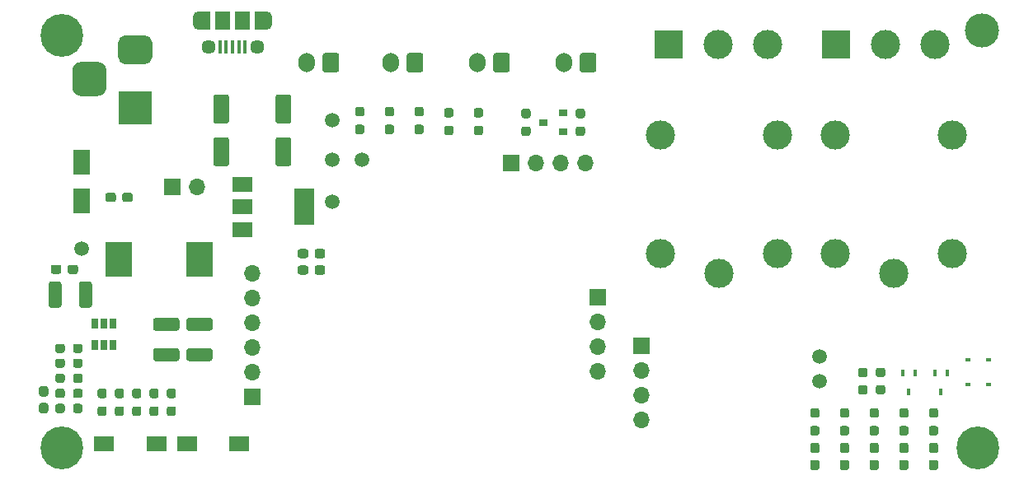
<source format=gbr>
G04 #@! TF.GenerationSoftware,KiCad,Pcbnew,5.1.9-73d0e3b20d~88~ubuntu18.04.1*
G04 #@! TF.CreationDate,2021-03-27T22:42:29+02:00*
G04 #@! TF.ProjectId,Electra,456c6563-7472-4612-9e6b-696361645f70,1*
G04 #@! TF.SameCoordinates,Original*
G04 #@! TF.FileFunction,Soldermask,Top*
G04 #@! TF.FilePolarity,Negative*
%FSLAX46Y46*%
G04 Gerber Fmt 4.6, Leading zero omitted, Abs format (unit mm)*
G04 Created by KiCad (PCBNEW 5.1.9-73d0e3b20d~88~ubuntu18.04.1) date 2021-03-27 22:42:29*
%MOMM*%
%LPD*%
G01*
G04 APERTURE LIST*
%ADD10O,1.700000X2.000000*%
%ADD11R,3.500000X3.500000*%
%ADD12C,3.500000*%
%ADD13C,2.600000*%
%ADD14C,3.000000*%
%ADD15R,1.700000X1.700000*%
%ADD16O,1.700000X1.700000*%
%ADD17R,2.700000X3.600000*%
%ADD18C,4.400000*%
%ADD19C,0.700000*%
%ADD20R,3.000000X3.000000*%
%ADD21R,1.800000X2.500000*%
%ADD22R,0.600000X0.450000*%
%ADD23R,1.500000X1.900000*%
%ADD24C,1.450000*%
%ADD25R,0.400000X1.350000*%
%ADD26O,1.200000X1.900000*%
%ADD27R,1.200000X1.900000*%
%ADD28R,0.450000X0.700000*%
%ADD29R,0.900000X0.800000*%
%ADD30R,2.000000X1.600000*%
%ADD31C,1.500000*%
%ADD32R,2.000000X3.800000*%
%ADD33R,2.000000X1.500000*%
%ADD34R,0.650000X1.060000*%
G04 APERTURE END LIST*
G36*
G01*
X146471000Y-75596000D02*
X146471000Y-77096000D01*
G75*
G02*
X146221000Y-77346000I-250000J0D01*
G01*
X145021000Y-77346000D01*
G75*
G02*
X144771000Y-77096000I0J250000D01*
G01*
X144771000Y-75596000D01*
G75*
G02*
X145021000Y-75346000I250000J0D01*
G01*
X146221000Y-75346000D01*
G75*
G02*
X146471000Y-75596000I0J-250000D01*
G01*
G37*
D10*
X143121000Y-76346000D03*
G36*
G01*
X102425000Y-76275000D02*
X104175000Y-76275000D01*
G75*
G02*
X105050000Y-77150000I0J-875000D01*
G01*
X105050000Y-78900000D01*
G75*
G02*
X104175000Y-79775000I-875000J0D01*
G01*
X102425000Y-79775000D01*
G75*
G02*
X101550000Y-78900000I0J875000D01*
G01*
X101550000Y-77150000D01*
G75*
G02*
X102425000Y-76275000I875000J0D01*
G01*
G37*
G36*
G01*
X107000000Y-73525000D02*
X109000000Y-73525000D01*
G75*
G02*
X109750000Y-74275000I0J-750000D01*
G01*
X109750000Y-75775000D01*
G75*
G02*
X109000000Y-76525000I-750000J0D01*
G01*
X107000000Y-76525000D01*
G75*
G02*
X106250000Y-75775000I0J750000D01*
G01*
X106250000Y-74275000D01*
G75*
G02*
X107000000Y-73525000I750000J0D01*
G01*
G37*
D11*
X108000000Y-81025000D03*
D10*
X125595000Y-76346000D03*
G36*
G01*
X128945000Y-75596000D02*
X128945000Y-77096000D01*
G75*
G02*
X128695000Y-77346000I-250000J0D01*
G01*
X127495000Y-77346000D01*
G75*
G02*
X127245000Y-77096000I0J250000D01*
G01*
X127245000Y-75596000D01*
G75*
G02*
X127495000Y-75346000I250000J0D01*
G01*
X128695000Y-75346000D01*
G75*
G02*
X128945000Y-75596000I0J-250000D01*
G01*
G37*
G36*
G01*
X99800000Y-112137500D02*
X99800000Y-111662500D01*
G75*
G02*
X100037500Y-111425000I237500J0D01*
G01*
X100537500Y-111425000D01*
G75*
G02*
X100775000Y-111662500I0J-237500D01*
G01*
X100775000Y-112137500D01*
G75*
G02*
X100537500Y-112375000I-237500J0D01*
G01*
X100037500Y-112375000D01*
G75*
G02*
X99800000Y-112137500I0J237500D01*
G01*
G37*
G36*
G01*
X101625000Y-112137500D02*
X101625000Y-111662500D01*
G75*
G02*
X101862500Y-111425000I237500J0D01*
G01*
X102362500Y-111425000D01*
G75*
G02*
X102600000Y-111662500I0J-237500D01*
G01*
X102600000Y-112137500D01*
G75*
G02*
X102362500Y-112375000I-237500J0D01*
G01*
X101862500Y-112375000D01*
G75*
G02*
X101625000Y-112137500I0J237500D01*
G01*
G37*
G36*
G01*
X101625000Y-110587500D02*
X101625000Y-110112500D01*
G75*
G02*
X101862500Y-109875000I237500J0D01*
G01*
X102362500Y-109875000D01*
G75*
G02*
X102600000Y-110112500I0J-237500D01*
G01*
X102600000Y-110587500D01*
G75*
G02*
X102362500Y-110825000I-237500J0D01*
G01*
X101862500Y-110825000D01*
G75*
G02*
X101625000Y-110587500I0J237500D01*
G01*
G37*
G36*
G01*
X99800000Y-110587500D02*
X99800000Y-110112500D01*
G75*
G02*
X100037500Y-109875000I237500J0D01*
G01*
X100537500Y-109875000D01*
G75*
G02*
X100775000Y-110112500I0J-237500D01*
G01*
X100775000Y-110587500D01*
G75*
G02*
X100537500Y-110825000I-237500J0D01*
G01*
X100037500Y-110825000D01*
G75*
G02*
X99800000Y-110587500I0J237500D01*
G01*
G37*
G36*
G01*
X100775000Y-108562500D02*
X100775000Y-109037500D01*
G75*
G02*
X100537500Y-109275000I-237500J0D01*
G01*
X100037500Y-109275000D01*
G75*
G02*
X99800000Y-109037500I0J237500D01*
G01*
X99800000Y-108562500D01*
G75*
G02*
X100037500Y-108325000I237500J0D01*
G01*
X100537500Y-108325000D01*
G75*
G02*
X100775000Y-108562500I0J-237500D01*
G01*
G37*
G36*
G01*
X102600000Y-108562500D02*
X102600000Y-109037500D01*
G75*
G02*
X102362500Y-109275000I-237500J0D01*
G01*
X101862500Y-109275000D01*
G75*
G02*
X101625000Y-109037500I0J237500D01*
G01*
X101625000Y-108562500D01*
G75*
G02*
X101862500Y-108325000I237500J0D01*
G01*
X102362500Y-108325000D01*
G75*
G02*
X102600000Y-108562500I0J-237500D01*
G01*
G37*
G36*
G01*
X100775000Y-107012500D02*
X100775000Y-107487500D01*
G75*
G02*
X100537500Y-107725000I-237500J0D01*
G01*
X100037500Y-107725000D01*
G75*
G02*
X99800000Y-107487500I0J237500D01*
G01*
X99800000Y-107012500D01*
G75*
G02*
X100037500Y-106775000I237500J0D01*
G01*
X100537500Y-106775000D01*
G75*
G02*
X100775000Y-107012500I0J-237500D01*
G01*
G37*
G36*
G01*
X102600000Y-107012500D02*
X102600000Y-107487500D01*
G75*
G02*
X102362500Y-107725000I-237500J0D01*
G01*
X101862500Y-107725000D01*
G75*
G02*
X101625000Y-107487500I0J237500D01*
G01*
X101625000Y-107012500D01*
G75*
G02*
X101862500Y-106775000I237500J0D01*
G01*
X102362500Y-106775000D01*
G75*
G02*
X102600000Y-107012500I0J-237500D01*
G01*
G37*
G36*
G01*
X101625000Y-105962500D02*
X101625000Y-105487500D01*
G75*
G02*
X101862500Y-105250000I237500J0D01*
G01*
X102362500Y-105250000D01*
G75*
G02*
X102600000Y-105487500I0J-237500D01*
G01*
X102600000Y-105962500D01*
G75*
G02*
X102362500Y-106200000I-237500J0D01*
G01*
X101862500Y-106200000D01*
G75*
G02*
X101625000Y-105962500I0J237500D01*
G01*
G37*
G36*
G01*
X99800000Y-105962500D02*
X99800000Y-105487500D01*
G75*
G02*
X100037500Y-105250000I237500J0D01*
G01*
X100537500Y-105250000D01*
G75*
G02*
X100775000Y-105487500I0J-237500D01*
G01*
X100775000Y-105962500D01*
G75*
G02*
X100537500Y-106200000I-237500J0D01*
G01*
X100037500Y-106200000D01*
G75*
G02*
X99800000Y-105962500I0J237500D01*
G01*
G37*
D12*
X195000000Y-73000000D03*
D13*
X195000000Y-73000000D03*
D14*
X185920000Y-98000000D03*
X179920000Y-96000000D03*
X179920000Y-83800000D03*
X191920000Y-83800000D03*
X191920000Y-96000000D03*
D15*
X146600000Y-86700000D03*
D16*
X149140000Y-86700000D03*
X151680000Y-86700000D03*
X154220000Y-86700000D03*
D14*
X173920000Y-96000000D03*
X173920000Y-83800000D03*
X161920000Y-83800000D03*
X161920000Y-96000000D03*
X167920000Y-98000000D03*
D16*
X155500000Y-108080000D03*
X155500000Y-105540000D03*
X155500000Y-103000000D03*
D15*
X155500000Y-100460000D03*
D10*
X152011000Y-76346000D03*
G36*
G01*
X155361000Y-75596000D02*
X155361000Y-77096000D01*
G75*
G02*
X155111000Y-77346000I-250000J0D01*
G01*
X153911000Y-77346000D01*
G75*
G02*
X153661000Y-77096000I0J250000D01*
G01*
X153661000Y-75596000D01*
G75*
G02*
X153911000Y-75346000I250000J0D01*
G01*
X155111000Y-75346000D01*
G75*
G02*
X155361000Y-75596000I0J-250000D01*
G01*
G37*
G36*
G01*
X178037500Y-112859000D02*
X177562500Y-112859000D01*
G75*
G02*
X177325000Y-112621500I0J237500D01*
G01*
X177325000Y-112121500D01*
G75*
G02*
X177562500Y-111884000I237500J0D01*
G01*
X178037500Y-111884000D01*
G75*
G02*
X178275000Y-112121500I0J-237500D01*
G01*
X178275000Y-112621500D01*
G75*
G02*
X178037500Y-112859000I-237500J0D01*
G01*
G37*
G36*
G01*
X178037500Y-114684000D02*
X177562500Y-114684000D01*
G75*
G02*
X177325000Y-114446500I0J237500D01*
G01*
X177325000Y-113946500D01*
G75*
G02*
X177562500Y-113709000I237500J0D01*
G01*
X178037500Y-113709000D01*
G75*
G02*
X178275000Y-113946500I0J-237500D01*
G01*
X178275000Y-114446500D01*
G75*
G02*
X178037500Y-114684000I-237500J0D01*
G01*
G37*
G36*
G01*
X117386000Y-82604000D02*
X116286000Y-82604000D01*
G75*
G02*
X116036000Y-82354000I0J250000D01*
G01*
X116036000Y-79854000D01*
G75*
G02*
X116286000Y-79604000I250000J0D01*
G01*
X117386000Y-79604000D01*
G75*
G02*
X117636000Y-79854000I0J-250000D01*
G01*
X117636000Y-82354000D01*
G75*
G02*
X117386000Y-82604000I-250000J0D01*
G01*
G37*
G36*
G01*
X117386000Y-87004000D02*
X116286000Y-87004000D01*
G75*
G02*
X116036000Y-86754000I0J250000D01*
G01*
X116036000Y-84254000D01*
G75*
G02*
X116286000Y-84004000I250000J0D01*
G01*
X117386000Y-84004000D01*
G75*
G02*
X117636000Y-84254000I0J-250000D01*
G01*
X117636000Y-86754000D01*
G75*
G02*
X117386000Y-87004000I-250000J0D01*
G01*
G37*
D17*
X106300000Y-96600000D03*
X114600000Y-96600000D03*
D18*
X100500000Y-73500000D03*
D19*
X102150000Y-73500000D03*
X101666726Y-74666726D03*
X100500000Y-75150000D03*
X99333274Y-74666726D03*
X98850000Y-73500000D03*
X99333274Y-72333274D03*
X100500000Y-71850000D03*
X101666726Y-72333274D03*
X101666726Y-114833274D03*
X100500000Y-114350000D03*
X99333274Y-114833274D03*
X98850000Y-116000000D03*
X99333274Y-117166726D03*
X100500000Y-117650000D03*
X101666726Y-117166726D03*
X102150000Y-116000000D03*
D18*
X100500000Y-116000000D03*
X194500000Y-116000000D03*
D19*
X196150000Y-116000000D03*
X195666726Y-117166726D03*
X194500000Y-117650000D03*
X193333274Y-117166726D03*
X192850000Y-116000000D03*
X193333274Y-114833274D03*
X194500000Y-114350000D03*
X195666726Y-114833274D03*
D14*
X172920000Y-74510000D03*
X167840000Y-74510000D03*
D20*
X162760000Y-74510000D03*
G36*
G01*
X100437500Y-99099997D02*
X100437500Y-101300003D01*
G75*
G02*
X100187503Y-101550000I-249997J0D01*
G01*
X99362497Y-101550000D01*
G75*
G02*
X99112500Y-101300003I0J249997D01*
G01*
X99112500Y-99099997D01*
G75*
G02*
X99362497Y-98850000I249997J0D01*
G01*
X100187503Y-98850000D01*
G75*
G02*
X100437500Y-99099997I0J-249997D01*
G01*
G37*
G36*
G01*
X103562500Y-99099997D02*
X103562500Y-101300003D01*
G75*
G02*
X103312503Y-101550000I-249997J0D01*
G01*
X102487497Y-101550000D01*
G75*
G02*
X102237500Y-101300003I0J249997D01*
G01*
X102237500Y-99099997D01*
G75*
G02*
X102487497Y-98850000I249997J0D01*
G01*
X103312503Y-98850000D01*
G75*
G02*
X103562500Y-99099997I0J-249997D01*
G01*
G37*
G36*
G01*
X100412500Y-97362500D02*
X100412500Y-97837500D01*
G75*
G02*
X100175000Y-98075000I-237500J0D01*
G01*
X99575000Y-98075000D01*
G75*
G02*
X99337500Y-97837500I0J237500D01*
G01*
X99337500Y-97362500D01*
G75*
G02*
X99575000Y-97125000I237500J0D01*
G01*
X100175000Y-97125000D01*
G75*
G02*
X100412500Y-97362500I0J-237500D01*
G01*
G37*
G36*
G01*
X102137500Y-97362500D02*
X102137500Y-97837500D01*
G75*
G02*
X101900000Y-98075000I-237500J0D01*
G01*
X101300000Y-98075000D01*
G75*
G02*
X101062500Y-97837500I0J237500D01*
G01*
X101062500Y-97362500D01*
G75*
G02*
X101300000Y-97125000I237500J0D01*
G01*
X101900000Y-97125000D01*
G75*
G02*
X102137500Y-97362500I0J-237500D01*
G01*
G37*
G36*
G01*
X104950000Y-90437500D02*
X104950000Y-89962500D01*
G75*
G02*
X105187500Y-89725000I237500J0D01*
G01*
X105787500Y-89725000D01*
G75*
G02*
X106025000Y-89962500I0J-237500D01*
G01*
X106025000Y-90437500D01*
G75*
G02*
X105787500Y-90675000I-237500J0D01*
G01*
X105187500Y-90675000D01*
G75*
G02*
X104950000Y-90437500I0J237500D01*
G01*
G37*
G36*
G01*
X106675000Y-90437500D02*
X106675000Y-89962500D01*
G75*
G02*
X106912500Y-89725000I237500J0D01*
G01*
X107512500Y-89725000D01*
G75*
G02*
X107750000Y-89962500I0J-237500D01*
G01*
X107750000Y-90437500D01*
G75*
G02*
X107512500Y-90675000I-237500J0D01*
G01*
X106912500Y-90675000D01*
G75*
G02*
X106675000Y-90437500I0J237500D01*
G01*
G37*
G36*
G01*
X112300003Y-107037500D02*
X110099997Y-107037500D01*
G75*
G02*
X109850000Y-106787503I0J249997D01*
G01*
X109850000Y-105962497D01*
G75*
G02*
X110099997Y-105712500I249997J0D01*
G01*
X112300003Y-105712500D01*
G75*
G02*
X112550000Y-105962497I0J-249997D01*
G01*
X112550000Y-106787503D01*
G75*
G02*
X112300003Y-107037500I-249997J0D01*
G01*
G37*
G36*
G01*
X112300003Y-103912500D02*
X110099997Y-103912500D01*
G75*
G02*
X109850000Y-103662503I0J249997D01*
G01*
X109850000Y-102837497D01*
G75*
G02*
X110099997Y-102587500I249997J0D01*
G01*
X112300003Y-102587500D01*
G75*
G02*
X112550000Y-102837497I0J-249997D01*
G01*
X112550000Y-103662503D01*
G75*
G02*
X112300003Y-103912500I-249997J0D01*
G01*
G37*
G36*
G01*
X115700003Y-103912500D02*
X113499997Y-103912500D01*
G75*
G02*
X113250000Y-103662503I0J249997D01*
G01*
X113250000Y-102837497D01*
G75*
G02*
X113499997Y-102587500I249997J0D01*
G01*
X115700003Y-102587500D01*
G75*
G02*
X115950000Y-102837497I0J-249997D01*
G01*
X115950000Y-103662503D01*
G75*
G02*
X115700003Y-103912500I-249997J0D01*
G01*
G37*
G36*
G01*
X115700003Y-107037500D02*
X113499997Y-107037500D01*
G75*
G02*
X113250000Y-106787503I0J249997D01*
G01*
X113250000Y-105962497D01*
G75*
G02*
X113499997Y-105712500I249997J0D01*
G01*
X115700003Y-105712500D01*
G75*
G02*
X115950000Y-105962497I0J-249997D01*
G01*
X115950000Y-106787503D01*
G75*
G02*
X115700003Y-107037500I-249997J0D01*
G01*
G37*
G36*
G01*
X98837500Y-112400000D02*
X98362500Y-112400000D01*
G75*
G02*
X98125000Y-112162500I0J237500D01*
G01*
X98125000Y-111562500D01*
G75*
G02*
X98362500Y-111325000I237500J0D01*
G01*
X98837500Y-111325000D01*
G75*
G02*
X99075000Y-111562500I0J-237500D01*
G01*
X99075000Y-112162500D01*
G75*
G02*
X98837500Y-112400000I-237500J0D01*
G01*
G37*
G36*
G01*
X98837500Y-110675000D02*
X98362500Y-110675000D01*
G75*
G02*
X98125000Y-110437500I0J237500D01*
G01*
X98125000Y-109837500D01*
G75*
G02*
X98362500Y-109600000I237500J0D01*
G01*
X98837500Y-109600000D01*
G75*
G02*
X99075000Y-109837500I0J-237500D01*
G01*
X99075000Y-110437500D01*
G75*
G02*
X98837500Y-110675000I-237500J0D01*
G01*
G37*
G36*
G01*
X123773000Y-87004000D02*
X122673000Y-87004000D01*
G75*
G02*
X122423000Y-86754000I0J250000D01*
G01*
X122423000Y-84254000D01*
G75*
G02*
X122673000Y-84004000I250000J0D01*
G01*
X123773000Y-84004000D01*
G75*
G02*
X124023000Y-84254000I0J-250000D01*
G01*
X124023000Y-86754000D01*
G75*
G02*
X123773000Y-87004000I-250000J0D01*
G01*
G37*
G36*
G01*
X123773000Y-82604000D02*
X122673000Y-82604000D01*
G75*
G02*
X122423000Y-82354000I0J250000D01*
G01*
X122423000Y-79854000D01*
G75*
G02*
X122673000Y-79604000I250000J0D01*
G01*
X123773000Y-79604000D01*
G75*
G02*
X124023000Y-79854000I0J-250000D01*
G01*
X124023000Y-82354000D01*
G75*
G02*
X123773000Y-82604000I-250000J0D01*
G01*
G37*
G36*
G01*
X127500000Y-95737500D02*
X127500000Y-96212500D01*
G75*
G02*
X127262500Y-96450000I-237500J0D01*
G01*
X126662500Y-96450000D01*
G75*
G02*
X126425000Y-96212500I0J237500D01*
G01*
X126425000Y-95737500D01*
G75*
G02*
X126662500Y-95500000I237500J0D01*
G01*
X127262500Y-95500000D01*
G75*
G02*
X127500000Y-95737500I0J-237500D01*
G01*
G37*
G36*
G01*
X125775000Y-95737500D02*
X125775000Y-96212500D01*
G75*
G02*
X125537500Y-96450000I-237500J0D01*
G01*
X124937500Y-96450000D01*
G75*
G02*
X124700000Y-96212500I0J237500D01*
G01*
X124700000Y-95737500D01*
G75*
G02*
X124937500Y-95500000I237500J0D01*
G01*
X125537500Y-95500000D01*
G75*
G02*
X125775000Y-95737500I0J-237500D01*
G01*
G37*
G36*
G01*
X125775000Y-97437500D02*
X125775000Y-97912500D01*
G75*
G02*
X125537500Y-98150000I-237500J0D01*
G01*
X124937500Y-98150000D01*
G75*
G02*
X124700000Y-97912500I0J237500D01*
G01*
X124700000Y-97437500D01*
G75*
G02*
X124937500Y-97200000I237500J0D01*
G01*
X125537500Y-97200000D01*
G75*
G02*
X125775000Y-97437500I0J-237500D01*
G01*
G37*
G36*
G01*
X127500000Y-97437500D02*
X127500000Y-97912500D01*
G75*
G02*
X127262500Y-98150000I-237500J0D01*
G01*
X126662500Y-98150000D01*
G75*
G02*
X126425000Y-97912500I0J237500D01*
G01*
X126425000Y-97437500D01*
G75*
G02*
X126662500Y-97200000I237500J0D01*
G01*
X127262500Y-97200000D01*
G75*
G02*
X127500000Y-97437500I0J-237500D01*
G01*
G37*
D21*
X102500000Y-86600000D03*
X102500000Y-90600000D03*
G36*
G01*
X178037500Y-118240000D02*
X177562500Y-118240000D01*
G75*
G02*
X177325000Y-118002500I0J237500D01*
G01*
X177325000Y-117427500D01*
G75*
G02*
X177562500Y-117190000I237500J0D01*
G01*
X178037500Y-117190000D01*
G75*
G02*
X178275000Y-117427500I0J-237500D01*
G01*
X178275000Y-118002500D01*
G75*
G02*
X178037500Y-118240000I-237500J0D01*
G01*
G37*
G36*
G01*
X178037500Y-116490000D02*
X177562500Y-116490000D01*
G75*
G02*
X177325000Y-116252500I0J237500D01*
G01*
X177325000Y-115677500D01*
G75*
G02*
X177562500Y-115440000I237500J0D01*
G01*
X178037500Y-115440000D01*
G75*
G02*
X178275000Y-115677500I0J-237500D01*
G01*
X178275000Y-116252500D01*
G75*
G02*
X178037500Y-116490000I-237500J0D01*
G01*
G37*
G36*
G01*
X190229500Y-116490000D02*
X189754500Y-116490000D01*
G75*
G02*
X189517000Y-116252500I0J237500D01*
G01*
X189517000Y-115677500D01*
G75*
G02*
X189754500Y-115440000I237500J0D01*
G01*
X190229500Y-115440000D01*
G75*
G02*
X190467000Y-115677500I0J-237500D01*
G01*
X190467000Y-116252500D01*
G75*
G02*
X190229500Y-116490000I-237500J0D01*
G01*
G37*
G36*
G01*
X190229500Y-118240000D02*
X189754500Y-118240000D01*
G75*
G02*
X189517000Y-118002500I0J237500D01*
G01*
X189517000Y-117427500D01*
G75*
G02*
X189754500Y-117190000I237500J0D01*
G01*
X190229500Y-117190000D01*
G75*
G02*
X190467000Y-117427500I0J-237500D01*
G01*
X190467000Y-118002500D01*
G75*
G02*
X190229500Y-118240000I-237500J0D01*
G01*
G37*
D22*
X195614000Y-106934000D03*
X193514000Y-106934000D03*
G36*
G01*
X187181500Y-118240000D02*
X186706500Y-118240000D01*
G75*
G02*
X186469000Y-118002500I0J237500D01*
G01*
X186469000Y-117427500D01*
G75*
G02*
X186706500Y-117190000I237500J0D01*
G01*
X187181500Y-117190000D01*
G75*
G02*
X187419000Y-117427500I0J-237500D01*
G01*
X187419000Y-118002500D01*
G75*
G02*
X187181500Y-118240000I-237500J0D01*
G01*
G37*
G36*
G01*
X187181500Y-116490000D02*
X186706500Y-116490000D01*
G75*
G02*
X186469000Y-116252500I0J237500D01*
G01*
X186469000Y-115677500D01*
G75*
G02*
X186706500Y-115440000I237500J0D01*
G01*
X187181500Y-115440000D01*
G75*
G02*
X187419000Y-115677500I0J-237500D01*
G01*
X187419000Y-116252500D01*
G75*
G02*
X187181500Y-116490000I-237500J0D01*
G01*
G37*
X193514000Y-109474000D03*
X195614000Y-109474000D03*
G36*
G01*
X181085500Y-118240000D02*
X180610500Y-118240000D01*
G75*
G02*
X180373000Y-118002500I0J237500D01*
G01*
X180373000Y-117427500D01*
G75*
G02*
X180610500Y-117190000I237500J0D01*
G01*
X181085500Y-117190000D01*
G75*
G02*
X181323000Y-117427500I0J-237500D01*
G01*
X181323000Y-118002500D01*
G75*
G02*
X181085500Y-118240000I-237500J0D01*
G01*
G37*
G36*
G01*
X181085500Y-116490000D02*
X180610500Y-116490000D01*
G75*
G02*
X180373000Y-116252500I0J237500D01*
G01*
X180373000Y-115677500D01*
G75*
G02*
X180610500Y-115440000I237500J0D01*
G01*
X181085500Y-115440000D01*
G75*
G02*
X181323000Y-115677500I0J-237500D01*
G01*
X181323000Y-116252500D01*
G75*
G02*
X181085500Y-116490000I-237500J0D01*
G01*
G37*
G36*
G01*
X184133500Y-116490000D02*
X183658500Y-116490000D01*
G75*
G02*
X183421000Y-116252500I0J237500D01*
G01*
X183421000Y-115677500D01*
G75*
G02*
X183658500Y-115440000I237500J0D01*
G01*
X184133500Y-115440000D01*
G75*
G02*
X184371000Y-115677500I0J-237500D01*
G01*
X184371000Y-116252500D01*
G75*
G02*
X184133500Y-116490000I-237500J0D01*
G01*
G37*
G36*
G01*
X184133500Y-118240000D02*
X183658500Y-118240000D01*
G75*
G02*
X183421000Y-118002500I0J237500D01*
G01*
X183421000Y-117427500D01*
G75*
G02*
X183658500Y-117190000I237500J0D01*
G01*
X184133500Y-117190000D01*
G75*
G02*
X184371000Y-117427500I0J-237500D01*
G01*
X184371000Y-118002500D01*
G75*
G02*
X184133500Y-118240000I-237500J0D01*
G01*
G37*
D15*
X120000000Y-110700000D03*
D16*
X120000000Y-108160000D03*
X120000000Y-105620000D03*
X120000000Y-103080000D03*
X120000000Y-100540000D03*
X120000000Y-98000000D03*
X160000000Y-113120000D03*
X160000000Y-110580000D03*
X160000000Y-108040000D03*
D15*
X160000000Y-105500000D03*
D23*
X117000000Y-72012500D03*
D24*
X120500000Y-74712500D03*
D25*
X118650000Y-74712500D03*
X119300000Y-74712500D03*
X116700000Y-74712500D03*
X117350000Y-74712500D03*
X118000000Y-74712500D03*
D24*
X115500000Y-74712500D03*
D23*
X119000000Y-72012500D03*
D26*
X121500000Y-72012500D03*
X114500000Y-72012500D03*
D27*
X115100000Y-72012500D03*
X120900000Y-72012500D03*
D15*
X111850000Y-89150000D03*
D16*
X114390000Y-89150000D03*
D20*
X180010000Y-74510000D03*
D14*
X185090000Y-74510000D03*
X190170000Y-74510000D03*
G36*
G01*
X137581000Y-75596000D02*
X137581000Y-77096000D01*
G75*
G02*
X137331000Y-77346000I-250000J0D01*
G01*
X136131000Y-77346000D01*
G75*
G02*
X135881000Y-77096000I0J250000D01*
G01*
X135881000Y-75596000D01*
G75*
G02*
X136131000Y-75346000I250000J0D01*
G01*
X137331000Y-75346000D01*
G75*
G02*
X137581000Y-75596000I0J-250000D01*
G01*
G37*
D10*
X134231000Y-76346000D03*
D28*
X191404000Y-108220000D03*
X190104000Y-108220000D03*
X190754000Y-110220000D03*
X187452000Y-110220000D03*
X186802000Y-108220000D03*
X188102000Y-108220000D03*
D29*
X151926000Y-83440000D03*
X151926000Y-81540000D03*
X149926000Y-82490000D03*
G36*
G01*
X185042000Y-109744500D02*
X185042000Y-110219500D01*
G75*
G02*
X184804500Y-110457000I-237500J0D01*
G01*
X184304500Y-110457000D01*
G75*
G02*
X184067000Y-110219500I0J237500D01*
G01*
X184067000Y-109744500D01*
G75*
G02*
X184304500Y-109507000I237500J0D01*
G01*
X184804500Y-109507000D01*
G75*
G02*
X185042000Y-109744500I0J-237500D01*
G01*
G37*
G36*
G01*
X183217000Y-109744500D02*
X183217000Y-110219500D01*
G75*
G02*
X182979500Y-110457000I-237500J0D01*
G01*
X182479500Y-110457000D01*
G75*
G02*
X182242000Y-110219500I0J237500D01*
G01*
X182242000Y-109744500D01*
G75*
G02*
X182479500Y-109507000I237500J0D01*
G01*
X182979500Y-109507000D01*
G75*
G02*
X183217000Y-109744500I0J-237500D01*
G01*
G37*
G36*
G01*
X189754500Y-111884000D02*
X190229500Y-111884000D01*
G75*
G02*
X190467000Y-112121500I0J-237500D01*
G01*
X190467000Y-112621500D01*
G75*
G02*
X190229500Y-112859000I-237500J0D01*
G01*
X189754500Y-112859000D01*
G75*
G02*
X189517000Y-112621500I0J237500D01*
G01*
X189517000Y-112121500D01*
G75*
G02*
X189754500Y-111884000I237500J0D01*
G01*
G37*
G36*
G01*
X189754500Y-113709000D02*
X190229500Y-113709000D01*
G75*
G02*
X190467000Y-113946500I0J-237500D01*
G01*
X190467000Y-114446500D01*
G75*
G02*
X190229500Y-114684000I-237500J0D01*
G01*
X189754500Y-114684000D01*
G75*
G02*
X189517000Y-114446500I0J237500D01*
G01*
X189517000Y-113946500D01*
G75*
G02*
X189754500Y-113709000I237500J0D01*
G01*
G37*
G36*
G01*
X183217000Y-107966500D02*
X183217000Y-108441500D01*
G75*
G02*
X182979500Y-108679000I-237500J0D01*
G01*
X182479500Y-108679000D01*
G75*
G02*
X182242000Y-108441500I0J237500D01*
G01*
X182242000Y-107966500D01*
G75*
G02*
X182479500Y-107729000I237500J0D01*
G01*
X182979500Y-107729000D01*
G75*
G02*
X183217000Y-107966500I0J-237500D01*
G01*
G37*
G36*
G01*
X185042000Y-107966500D02*
X185042000Y-108441500D01*
G75*
G02*
X184804500Y-108679000I-237500J0D01*
G01*
X184304500Y-108679000D01*
G75*
G02*
X184067000Y-108441500I0J237500D01*
G01*
X184067000Y-107966500D01*
G75*
G02*
X184304500Y-107729000I237500J0D01*
G01*
X184804500Y-107729000D01*
G75*
G02*
X185042000Y-107966500I0J-237500D01*
G01*
G37*
G36*
G01*
X186706500Y-113709000D02*
X187181500Y-113709000D01*
G75*
G02*
X187419000Y-113946500I0J-237500D01*
G01*
X187419000Y-114446500D01*
G75*
G02*
X187181500Y-114684000I-237500J0D01*
G01*
X186706500Y-114684000D01*
G75*
G02*
X186469000Y-114446500I0J237500D01*
G01*
X186469000Y-113946500D01*
G75*
G02*
X186706500Y-113709000I237500J0D01*
G01*
G37*
G36*
G01*
X186706500Y-111884000D02*
X187181500Y-111884000D01*
G75*
G02*
X187419000Y-112121500I0J-237500D01*
G01*
X187419000Y-112621500D01*
G75*
G02*
X187181500Y-112859000I-237500J0D01*
G01*
X186706500Y-112859000D01*
G75*
G02*
X186469000Y-112621500I0J237500D01*
G01*
X186469000Y-112121500D01*
G75*
G02*
X186706500Y-111884000I237500J0D01*
G01*
G37*
G36*
G01*
X140445500Y-81974500D02*
X139970500Y-81974500D01*
G75*
G02*
X139733000Y-81737000I0J237500D01*
G01*
X139733000Y-81237000D01*
G75*
G02*
X139970500Y-80999500I237500J0D01*
G01*
X140445500Y-80999500D01*
G75*
G02*
X140683000Y-81237000I0J-237500D01*
G01*
X140683000Y-81737000D01*
G75*
G02*
X140445500Y-81974500I-237500J0D01*
G01*
G37*
G36*
G01*
X140445500Y-83799500D02*
X139970500Y-83799500D01*
G75*
G02*
X139733000Y-83562000I0J237500D01*
G01*
X139733000Y-83062000D01*
G75*
G02*
X139970500Y-82824500I237500J0D01*
G01*
X140445500Y-82824500D01*
G75*
G02*
X140683000Y-83062000I0J-237500D01*
G01*
X140683000Y-83562000D01*
G75*
G02*
X140445500Y-83799500I-237500J0D01*
G01*
G37*
G36*
G01*
X143493500Y-83799500D02*
X143018500Y-83799500D01*
G75*
G02*
X142781000Y-83562000I0J237500D01*
G01*
X142781000Y-83062000D01*
G75*
G02*
X143018500Y-82824500I237500J0D01*
G01*
X143493500Y-82824500D01*
G75*
G02*
X143731000Y-83062000I0J-237500D01*
G01*
X143731000Y-83562000D01*
G75*
G02*
X143493500Y-83799500I-237500J0D01*
G01*
G37*
G36*
G01*
X143493500Y-81974500D02*
X143018500Y-81974500D01*
G75*
G02*
X142781000Y-81737000I0J237500D01*
G01*
X142781000Y-81237000D01*
G75*
G02*
X143018500Y-80999500I237500J0D01*
G01*
X143493500Y-80999500D01*
G75*
G02*
X143731000Y-81237000I0J-237500D01*
G01*
X143731000Y-81737000D01*
G75*
G02*
X143493500Y-81974500I-237500J0D01*
G01*
G37*
G36*
G01*
X106625500Y-112674000D02*
X106150500Y-112674000D01*
G75*
G02*
X105913000Y-112436500I0J237500D01*
G01*
X105913000Y-111936500D01*
G75*
G02*
X106150500Y-111699000I237500J0D01*
G01*
X106625500Y-111699000D01*
G75*
G02*
X106863000Y-111936500I0J-237500D01*
G01*
X106863000Y-112436500D01*
G75*
G02*
X106625500Y-112674000I-237500J0D01*
G01*
G37*
G36*
G01*
X106625500Y-110849000D02*
X106150500Y-110849000D01*
G75*
G02*
X105913000Y-110611500I0J237500D01*
G01*
X105913000Y-110111500D01*
G75*
G02*
X106150500Y-109874000I237500J0D01*
G01*
X106625500Y-109874000D01*
G75*
G02*
X106863000Y-110111500I0J-237500D01*
G01*
X106863000Y-110611500D01*
G75*
G02*
X106625500Y-110849000I-237500J0D01*
G01*
G37*
G36*
G01*
X104847500Y-110849000D02*
X104372500Y-110849000D01*
G75*
G02*
X104135000Y-110611500I0J237500D01*
G01*
X104135000Y-110111500D01*
G75*
G02*
X104372500Y-109874000I237500J0D01*
G01*
X104847500Y-109874000D01*
G75*
G02*
X105085000Y-110111500I0J-237500D01*
G01*
X105085000Y-110611500D01*
G75*
G02*
X104847500Y-110849000I-237500J0D01*
G01*
G37*
G36*
G01*
X104847500Y-112674000D02*
X104372500Y-112674000D01*
G75*
G02*
X104135000Y-112436500I0J237500D01*
G01*
X104135000Y-111936500D01*
G75*
G02*
X104372500Y-111699000I237500J0D01*
G01*
X104847500Y-111699000D01*
G75*
G02*
X105085000Y-111936500I0J-237500D01*
G01*
X105085000Y-112436500D01*
G75*
G02*
X104847500Y-112674000I-237500J0D01*
G01*
G37*
G36*
G01*
X109706500Y-109874000D02*
X110181500Y-109874000D01*
G75*
G02*
X110419000Y-110111500I0J-237500D01*
G01*
X110419000Y-110611500D01*
G75*
G02*
X110181500Y-110849000I-237500J0D01*
G01*
X109706500Y-110849000D01*
G75*
G02*
X109469000Y-110611500I0J237500D01*
G01*
X109469000Y-110111500D01*
G75*
G02*
X109706500Y-109874000I237500J0D01*
G01*
G37*
G36*
G01*
X109706500Y-111699000D02*
X110181500Y-111699000D01*
G75*
G02*
X110419000Y-111936500I0J-237500D01*
G01*
X110419000Y-112436500D01*
G75*
G02*
X110181500Y-112674000I-237500J0D01*
G01*
X109706500Y-112674000D01*
G75*
G02*
X109469000Y-112436500I0J237500D01*
G01*
X109469000Y-111936500D01*
G75*
G02*
X109706500Y-111699000I237500J0D01*
G01*
G37*
G36*
G01*
X181085500Y-112859000D02*
X180610500Y-112859000D01*
G75*
G02*
X180373000Y-112621500I0J237500D01*
G01*
X180373000Y-112121500D01*
G75*
G02*
X180610500Y-111884000I237500J0D01*
G01*
X181085500Y-111884000D01*
G75*
G02*
X181323000Y-112121500I0J-237500D01*
G01*
X181323000Y-112621500D01*
G75*
G02*
X181085500Y-112859000I-237500J0D01*
G01*
G37*
G36*
G01*
X181085500Y-114684000D02*
X180610500Y-114684000D01*
G75*
G02*
X180373000Y-114446500I0J237500D01*
G01*
X180373000Y-113946500D01*
G75*
G02*
X180610500Y-113709000I237500J0D01*
G01*
X181085500Y-113709000D01*
G75*
G02*
X181323000Y-113946500I0J-237500D01*
G01*
X181323000Y-114446500D01*
G75*
G02*
X181085500Y-114684000I-237500J0D01*
G01*
G37*
G36*
G01*
X107928500Y-111699000D02*
X108403500Y-111699000D01*
G75*
G02*
X108641000Y-111936500I0J-237500D01*
G01*
X108641000Y-112436500D01*
G75*
G02*
X108403500Y-112674000I-237500J0D01*
G01*
X107928500Y-112674000D01*
G75*
G02*
X107691000Y-112436500I0J237500D01*
G01*
X107691000Y-111936500D01*
G75*
G02*
X107928500Y-111699000I237500J0D01*
G01*
G37*
G36*
G01*
X107928500Y-109874000D02*
X108403500Y-109874000D01*
G75*
G02*
X108641000Y-110111500I0J-237500D01*
G01*
X108641000Y-110611500D01*
G75*
G02*
X108403500Y-110849000I-237500J0D01*
G01*
X107928500Y-110849000D01*
G75*
G02*
X107691000Y-110611500I0J237500D01*
G01*
X107691000Y-110111500D01*
G75*
G02*
X107928500Y-109874000I237500J0D01*
G01*
G37*
G36*
G01*
X111484500Y-111699000D02*
X111959500Y-111699000D01*
G75*
G02*
X112197000Y-111936500I0J-237500D01*
G01*
X112197000Y-112436500D01*
G75*
G02*
X111959500Y-112674000I-237500J0D01*
G01*
X111484500Y-112674000D01*
G75*
G02*
X111247000Y-112436500I0J237500D01*
G01*
X111247000Y-111936500D01*
G75*
G02*
X111484500Y-111699000I237500J0D01*
G01*
G37*
G36*
G01*
X111484500Y-109874000D02*
X111959500Y-109874000D01*
G75*
G02*
X112197000Y-110111500I0J-237500D01*
G01*
X112197000Y-110611500D01*
G75*
G02*
X111959500Y-110849000I-237500J0D01*
G01*
X111484500Y-110849000D01*
G75*
G02*
X111247000Y-110611500I0J237500D01*
G01*
X111247000Y-110111500D01*
G75*
G02*
X111484500Y-109874000I237500J0D01*
G01*
G37*
G36*
G01*
X184133500Y-114684000D02*
X183658500Y-114684000D01*
G75*
G02*
X183421000Y-114446500I0J237500D01*
G01*
X183421000Y-113946500D01*
G75*
G02*
X183658500Y-113709000I237500J0D01*
G01*
X184133500Y-113709000D01*
G75*
G02*
X184371000Y-113946500I0J-237500D01*
G01*
X184371000Y-114446500D01*
G75*
G02*
X184133500Y-114684000I-237500J0D01*
G01*
G37*
G36*
G01*
X184133500Y-112859000D02*
X183658500Y-112859000D01*
G75*
G02*
X183421000Y-112621500I0J237500D01*
G01*
X183421000Y-112121500D01*
G75*
G02*
X183658500Y-111884000I237500J0D01*
G01*
X184133500Y-111884000D01*
G75*
G02*
X184371000Y-112121500I0J-237500D01*
G01*
X184371000Y-112621500D01*
G75*
G02*
X184133500Y-112859000I-237500J0D01*
G01*
G37*
G36*
G01*
X136922500Y-80896000D02*
X137397500Y-80896000D01*
G75*
G02*
X137635000Y-81133500I0J-237500D01*
G01*
X137635000Y-81633500D01*
G75*
G02*
X137397500Y-81871000I-237500J0D01*
G01*
X136922500Y-81871000D01*
G75*
G02*
X136685000Y-81633500I0J237500D01*
G01*
X136685000Y-81133500D01*
G75*
G02*
X136922500Y-80896000I237500J0D01*
G01*
G37*
G36*
G01*
X136922500Y-82721000D02*
X137397500Y-82721000D01*
G75*
G02*
X137635000Y-82958500I0J-237500D01*
G01*
X137635000Y-83458500D01*
G75*
G02*
X137397500Y-83696000I-237500J0D01*
G01*
X136922500Y-83696000D01*
G75*
G02*
X136685000Y-83458500I0J237500D01*
G01*
X136685000Y-82958500D01*
G75*
G02*
X136922500Y-82721000I237500J0D01*
G01*
G37*
G36*
G01*
X133874500Y-80896000D02*
X134349500Y-80896000D01*
G75*
G02*
X134587000Y-81133500I0J-237500D01*
G01*
X134587000Y-81633500D01*
G75*
G02*
X134349500Y-81871000I-237500J0D01*
G01*
X133874500Y-81871000D01*
G75*
G02*
X133637000Y-81633500I0J237500D01*
G01*
X133637000Y-81133500D01*
G75*
G02*
X133874500Y-80896000I237500J0D01*
G01*
G37*
G36*
G01*
X133874500Y-82721000D02*
X134349500Y-82721000D01*
G75*
G02*
X134587000Y-82958500I0J-237500D01*
G01*
X134587000Y-83458500D01*
G75*
G02*
X134349500Y-83696000I-237500J0D01*
G01*
X133874500Y-83696000D01*
G75*
G02*
X133637000Y-83458500I0J237500D01*
G01*
X133637000Y-82958500D01*
G75*
G02*
X133874500Y-82721000I237500J0D01*
G01*
G37*
G36*
G01*
X130826500Y-82721000D02*
X131301500Y-82721000D01*
G75*
G02*
X131539000Y-82958500I0J-237500D01*
G01*
X131539000Y-83458500D01*
G75*
G02*
X131301500Y-83696000I-237500J0D01*
G01*
X130826500Y-83696000D01*
G75*
G02*
X130589000Y-83458500I0J237500D01*
G01*
X130589000Y-82958500D01*
G75*
G02*
X130826500Y-82721000I237500J0D01*
G01*
G37*
G36*
G01*
X130826500Y-80896000D02*
X131301500Y-80896000D01*
G75*
G02*
X131539000Y-81133500I0J-237500D01*
G01*
X131539000Y-81633500D01*
G75*
G02*
X131301500Y-81871000I-237500J0D01*
G01*
X130826500Y-81871000D01*
G75*
G02*
X130589000Y-81633500I0J237500D01*
G01*
X130589000Y-81133500D01*
G75*
G02*
X130826500Y-80896000I237500J0D01*
G01*
G37*
G36*
G01*
X153957500Y-83890000D02*
X153482500Y-83890000D01*
G75*
G02*
X153245000Y-83652500I0J237500D01*
G01*
X153245000Y-83152500D01*
G75*
G02*
X153482500Y-82915000I237500J0D01*
G01*
X153957500Y-82915000D01*
G75*
G02*
X154195000Y-83152500I0J-237500D01*
G01*
X154195000Y-83652500D01*
G75*
G02*
X153957500Y-83890000I-237500J0D01*
G01*
G37*
G36*
G01*
X153957500Y-82065000D02*
X153482500Y-82065000D01*
G75*
G02*
X153245000Y-81827500I0J237500D01*
G01*
X153245000Y-81327500D01*
G75*
G02*
X153482500Y-81090000I237500J0D01*
G01*
X153957500Y-81090000D01*
G75*
G02*
X154195000Y-81327500I0J-237500D01*
G01*
X154195000Y-81827500D01*
G75*
G02*
X153957500Y-82065000I-237500J0D01*
G01*
G37*
G36*
G01*
X148369500Y-82065000D02*
X147894500Y-82065000D01*
G75*
G02*
X147657000Y-81827500I0J237500D01*
G01*
X147657000Y-81327500D01*
G75*
G02*
X147894500Y-81090000I237500J0D01*
G01*
X148369500Y-81090000D01*
G75*
G02*
X148607000Y-81327500I0J-237500D01*
G01*
X148607000Y-81827500D01*
G75*
G02*
X148369500Y-82065000I-237500J0D01*
G01*
G37*
G36*
G01*
X148369500Y-83890000D02*
X147894500Y-83890000D01*
G75*
G02*
X147657000Y-83652500I0J237500D01*
G01*
X147657000Y-83152500D01*
G75*
G02*
X147894500Y-82915000I237500J0D01*
G01*
X148369500Y-82915000D01*
G75*
G02*
X148607000Y-83152500I0J-237500D01*
G01*
X148607000Y-83652500D01*
G75*
G02*
X148369500Y-83890000I-237500J0D01*
G01*
G37*
D30*
X113300000Y-115500000D03*
X118700000Y-115500000D03*
X110200000Y-115500000D03*
X104800000Y-115500000D03*
D31*
X128270000Y-82296000D03*
X102500000Y-95500000D03*
X128250000Y-90678000D03*
X128270000Y-86360000D03*
X178275000Y-109125000D03*
X178250000Y-106525000D03*
X131318000Y-86360000D03*
D32*
X125324000Y-91186000D03*
D33*
X119024000Y-91186000D03*
X119024000Y-93486000D03*
X119024000Y-88886000D03*
D34*
X105750000Y-103200000D03*
X104800000Y-103200000D03*
X103850000Y-103200000D03*
X103850000Y-105400000D03*
X105750000Y-105400000D03*
X104800000Y-105400000D03*
M02*

</source>
